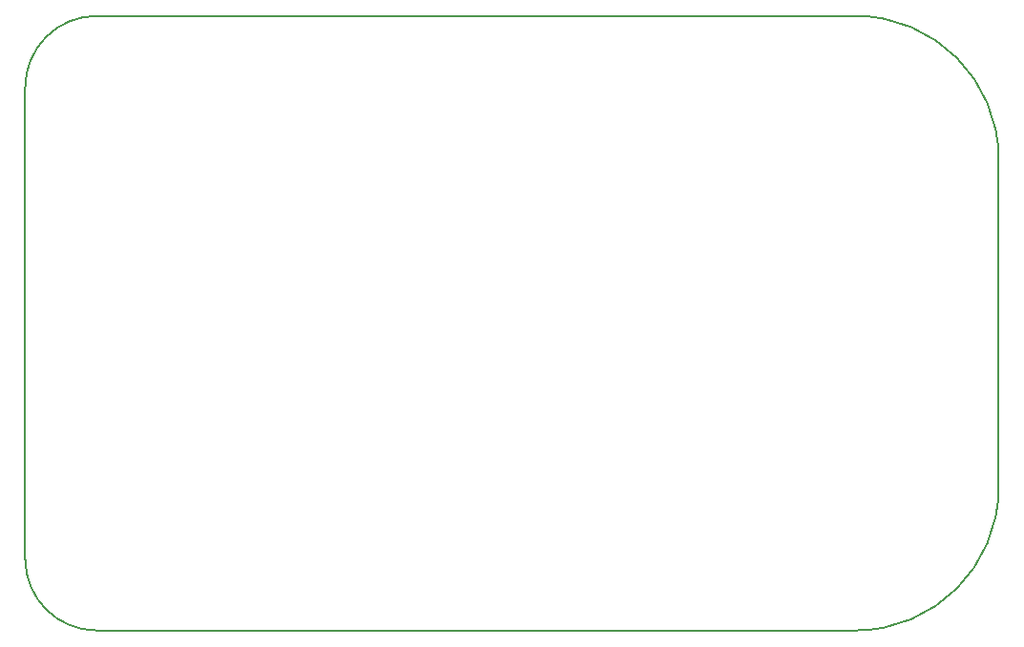
<source format=gm1>
G04 #@! TF.GenerationSoftware,KiCad,Pcbnew,5.1.5+dfsg1-2build2*
G04 #@! TF.CreationDate,2020-05-01T00:48:47-07:00*
G04 #@! TF.ProjectId,logicbone,6c6f6769-6362-46f6-9e65-2e6b69636164,rev?*
G04 #@! TF.SameCoordinates,Original*
G04 #@! TF.FileFunction,Profile,NP*
%FSLAX46Y46*%
G04 Gerber Fmt 4.6, Leading zero omitted, Abs format (unit mm)*
G04 Created by KiCad (PCBNEW 5.1.5+dfsg1-2build2) date 2020-05-01 00:48:47*
%MOMM*%
%LPD*%
G04 APERTURE LIST*
%ADD10C,0.150000*%
%ADD11C,0.200000*%
G04 APERTURE END LIST*
D10*
X106350000Y-45390000D02*
X173660000Y-45390000D01*
X106350000Y-45390000D02*
G75*
G03X100000000Y-51740000I0J-6350000D01*
G01*
X100000000Y-93650000D02*
G75*
G03X106350000Y-100000000I6350000J0D01*
G01*
X173660000Y-100000000D02*
G75*
G03X186360000Y-87300000I0J12700000D01*
G01*
X186360000Y-58090000D02*
G75*
G03X173660000Y-45390000I-12700000J0D01*
G01*
X186360000Y-58090000D02*
X186360000Y-87300000D01*
X100000000Y-93650000D02*
X100000000Y-51740000D01*
D11*
X106350000Y-100000000D02*
X173660000Y-100000000D01*
M02*

</source>
